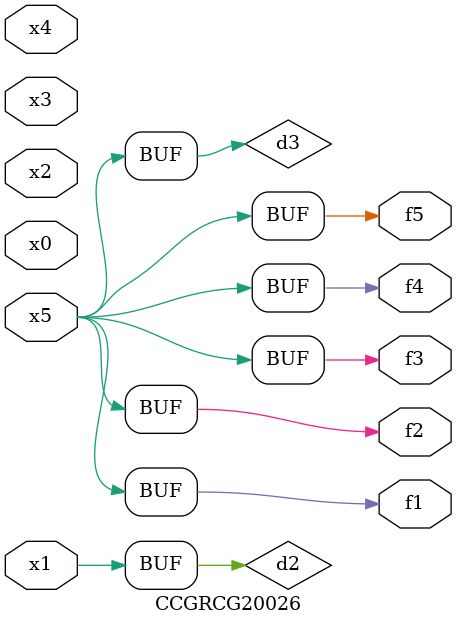
<source format=v>
module CCGRCG20026(
	input x0, x1, x2, x3, x4, x5,
	output f1, f2, f3, f4, f5
);

	wire d1, d2, d3;

	not (d1, x5);
	or (d2, x1);
	xnor (d3, d1);
	assign f1 = d3;
	assign f2 = d3;
	assign f3 = d3;
	assign f4 = d3;
	assign f5 = d3;
endmodule

</source>
